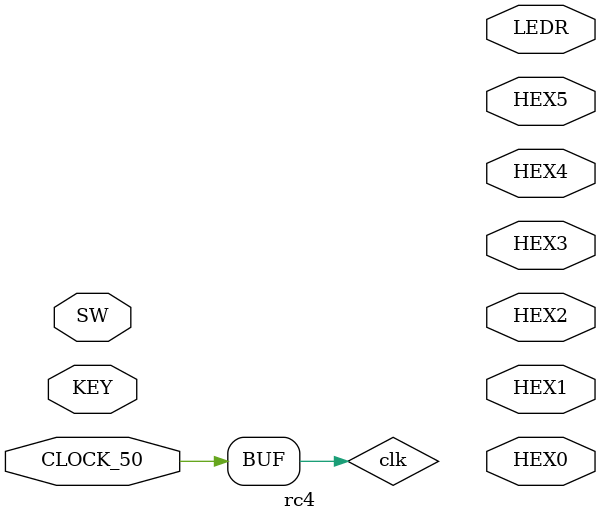
<source format=sv>
`default_nettype none

module rc4(
    input  logic       CLOCK_50,
    input  logic [3:0] KEY,
    input  logic [9:0] SW,
    output logic [9:0] LEDR,
    output logic [6:0] HEX0, HEX1, HEX2, HEX3, HEX4, HEX5
);
    logic [6:0] ssOut;
    logic [3:0] nIn;
    
    SevenSegmentDisplayDecoder mod(
        .nIn(nIn),
        .ssOut(ssOut)
    );

    logic clk;
    logic rst;
    logic start;

    // task1 ports
    logic [7:0] task1_addr;
    logic [7:0] task1_data;
    logic       task1_wr_en;
    logic       task1_on;
    logic       task1_fin;

    // task2a ports
    logic [7:0] task2a_addr;
    logic [7:0] task2a_data;
    logic       task2a_wr_en;
    logic       task2a_on;
    logic       task2a_fin;

    // task2b ports
    logic [7:0] task2b_addr;
    logic [7:0] task2b_data;
    logic       task2b_wr_en;
    logic       task2b_on;
    logic       task2b_fin;

    // s_memory ports
    logic [7:0] address;
    logic [7:0] data;
    logic       wr_en;
    logic [7:0] s_out;

    // enc_memory ports
    logic [7:0] address_enc;
    logic [7:0] enc_out;

    // dec_memory ports
    logic [7:0] address_dec;
    logic [7:0] data_dec;
    logic       wr_en_dec;
    logic [7:0] dec_out;

    assign clk = CLOCK_50;
    assign rst = ~KEY[3];

    button_sync start_sync(
        .clk       (clk),
        .rst       (rst),
        .async_sig (~KEY[2]),
        .sync_sig  (start)
    );

    task1 task1_inst(
        .clk        (clk),
        .rst        (rst),
        .start      (start),

        .address    (task1_addr),
        .data       (task1_data),
        .wr_en      (task1_wr_en),
        .task_on    (task1_on),
        .fin_strobe (task1_fin)
    );

    task2a task2a_inst(
        .clk        (clk),
        .rst        (rst),
        .start      (task1_fin),
        .data_in    (s_out),
        .secret_key ({{14{1'b0}},SW[9:0]}),

        .address    (task2a_addr),
        .data_out   (task2a_data),
        .wr_en      (task2a_wr_en),
        .task_on    (task2a_on),
        .fin_strobe (task2a_fin)
    );

    task2b task2b_inst(
        .clk              (clk),
        .rst              (rst),
        .start            (task2a_fin),
        .data_from_s_mem  (s_out),
        .data_from_enc_mem(enc_out),

        .addr_to_s_mem    (task2b_addr),
        .data_to_s_mem    (task2b_data),
        .wr_en            (task2b_wr_en),
        .addr_to_enc_mem  (address_enc),
        .addr_to_dec_mem  (address_dec),
        .data_to_dec_mem  (data_dec),
        .wr_en_dec        (wr_en_dec),
        .task_on          (task2b_on),
        .fin_strobe       (task2b_fin)
    );    

    always_comb begin
        if      (task1_on)  address <= task1_addr;
        else if (task2a_on) address <= task2a_addr;
        else                address <= task2b_addr;
    end

    always_comb begin
        if      (task1_on)  data <= task1_data;
        else if (task2a_on) data <= task2a_data;
        else                data <= task2b_data;
    end

    assign wr_en = task1_wr_en | task2a_wr_en | task2b_wr_en;

    s_memory s_memory_inst(
        .address (address),
        .clock   (clk),
        .data    (data),
        .wren    (wr_en),

        .q       (s_out)
    );

    enc_memory enc_memory_inst(
        .address (address_enc),
        .clock   (clk),

        .q       (enc_out)
    );

    dec_memory dec_memory_inst(
        .address (address_dec),
        .clock   (clk),
        .data    (data_dec),
        .wren    (wr_en_dec),

        .q       (dec_out)
    );

endmodule
</source>
